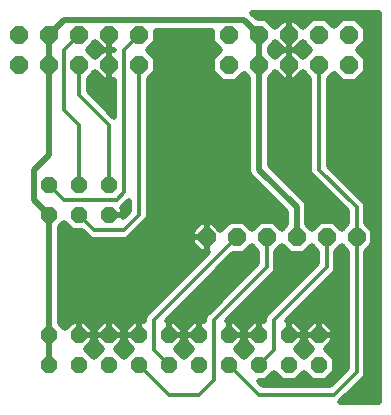
<source format=gtl>
G75*
%MOIN*%
%OFA0B0*%
%FSLAX25Y25*%
%IPPOS*%
%LPD*%
%AMOC8*
5,1,8,0,0,1.08239X$1,22.5*
%
%ADD10OC8,0.05600*%
%ADD11OC8,0.06000*%
%ADD12C,0.01200*%
%ADD13C,0.02000*%
D10*
X0037000Y0027000D03*
X0037000Y0037000D03*
X0047000Y0037000D03*
X0047000Y0027000D03*
X0057000Y0027000D03*
X0057000Y0037000D03*
X0067000Y0037000D03*
X0067000Y0027000D03*
X0077000Y0027000D03*
X0077000Y0037000D03*
X0087000Y0037000D03*
X0087000Y0027000D03*
X0097000Y0027000D03*
X0097000Y0037000D03*
X0107000Y0037000D03*
X0107000Y0027000D03*
X0117000Y0027000D03*
X0117000Y0037000D03*
X0127000Y0037000D03*
X0127000Y0027000D03*
X0057000Y0077000D03*
X0057000Y0087000D03*
X0047000Y0087000D03*
X0047000Y0077000D03*
X0037000Y0077000D03*
X0037000Y0087000D03*
D11*
X0037000Y0127000D03*
X0037000Y0137000D03*
X0027000Y0137000D03*
X0027000Y0127000D03*
X0047000Y0127000D03*
X0047000Y0137000D03*
X0057000Y0137000D03*
X0057000Y0127000D03*
X0067000Y0127000D03*
X0067000Y0137000D03*
X0097000Y0137000D03*
X0097000Y0127000D03*
X0107000Y0127000D03*
X0107000Y0137000D03*
X0117000Y0137000D03*
X0117000Y0127000D03*
X0127000Y0127000D03*
X0127000Y0137000D03*
X0137000Y0137000D03*
X0137000Y0127000D03*
X0139500Y0069500D03*
X0129500Y0069500D03*
X0119500Y0069500D03*
X0109500Y0069500D03*
X0099500Y0069500D03*
X0089500Y0069500D03*
D12*
X0099500Y0069500D02*
X0072000Y0042000D01*
X0072000Y0032000D01*
X0077000Y0027000D01*
X0077000Y0017000D02*
X0067000Y0027000D01*
X0077000Y0017000D02*
X0087000Y0017000D01*
X0092000Y0022000D01*
X0092000Y0042000D01*
X0109500Y0059500D01*
X0109500Y0069500D01*
X0129500Y0069500D02*
X0129500Y0059500D01*
X0112000Y0042000D01*
X0112000Y0032000D01*
X0107000Y0027000D01*
X0107000Y0017000D02*
X0097000Y0027000D01*
X0107000Y0017000D02*
X0132000Y0017000D01*
X0139500Y0024500D01*
X0139500Y0069500D01*
X0139500Y0079500D01*
X0127000Y0092000D01*
X0127000Y0127000D01*
X0067000Y0127000D02*
X0067000Y0077000D01*
X0062000Y0072000D01*
X0052000Y0072000D01*
X0047000Y0077000D01*
X0042000Y0082000D02*
X0059500Y0082000D01*
X0062000Y0084500D01*
X0062000Y0112000D01*
X0062000Y0132000D01*
X0067000Y0137000D01*
X0047000Y0137000D02*
X0042000Y0132000D01*
X0042000Y0112000D01*
X0047000Y0107000D01*
X0047000Y0087000D01*
X0042000Y0082000D02*
X0037000Y0087000D01*
X0057000Y0087000D02*
X0057000Y0107000D01*
X0047000Y0117000D01*
X0047000Y0127000D01*
D13*
X0050200Y0122280D02*
X0052424Y0124505D01*
X0054929Y0122000D01*
X0057000Y0122000D01*
X0058800Y0122000D01*
X0058800Y0109725D01*
X0050200Y0118325D01*
X0050200Y0122280D01*
X0050200Y0121918D02*
X0058800Y0121918D01*
X0057000Y0122000D02*
X0057000Y0127000D01*
X0057000Y0127000D01*
X0057000Y0132000D01*
X0058800Y0132000D01*
X0058800Y0132000D01*
X0057000Y0132000D01*
X0057000Y0137000D01*
X0057000Y0137000D01*
X0057000Y0132000D01*
X0054929Y0132000D01*
X0052424Y0129495D01*
X0049920Y0132000D01*
X0052424Y0134505D01*
X0054929Y0132000D01*
X0057000Y0132000D01*
X0057000Y0127000D01*
X0057000Y0127000D01*
X0057000Y0122000D01*
X0057000Y0123917D02*
X0057000Y0123917D01*
X0057000Y0125915D02*
X0057000Y0125915D01*
X0057000Y0127914D02*
X0057000Y0127914D01*
X0057000Y0129912D02*
X0057000Y0129912D01*
X0057000Y0131911D02*
X0057000Y0131911D01*
X0057000Y0133909D02*
X0057000Y0133909D01*
X0057000Y0135908D02*
X0057000Y0135908D01*
X0053020Y0133909D02*
X0051829Y0133909D01*
X0050009Y0131911D02*
X0054840Y0131911D01*
X0052841Y0129912D02*
X0052007Y0129912D01*
X0051836Y0123917D02*
X0053012Y0123917D01*
X0050200Y0119920D02*
X0058800Y0119920D01*
X0058800Y0117921D02*
X0050604Y0117921D01*
X0052603Y0115923D02*
X0058800Y0115923D01*
X0058800Y0113924D02*
X0054601Y0113924D01*
X0056600Y0111926D02*
X0058800Y0111926D01*
X0058800Y0109927D02*
X0058598Y0109927D01*
X0070200Y0109927D02*
X0103400Y0109927D01*
X0103400Y0107929D02*
X0070200Y0107929D01*
X0070200Y0105930D02*
X0103400Y0105930D01*
X0103400Y0103932D02*
X0070200Y0103932D01*
X0070200Y0101933D02*
X0103400Y0101933D01*
X0103400Y0099934D02*
X0070200Y0099934D01*
X0070200Y0097936D02*
X0103400Y0097936D01*
X0103400Y0095937D02*
X0070200Y0095937D01*
X0070200Y0093939D02*
X0103400Y0093939D01*
X0103400Y0091940D02*
X0070200Y0091940D01*
X0070200Y0089942D02*
X0103967Y0089942D01*
X0103948Y0089961D02*
X0104961Y0088948D01*
X0115900Y0078009D01*
X0115900Y0073820D01*
X0114500Y0072420D01*
X0111820Y0075100D01*
X0107180Y0075100D01*
X0104500Y0072420D01*
X0101820Y0075100D01*
X0097180Y0075100D01*
X0094076Y0071995D01*
X0091571Y0074500D01*
X0089500Y0074500D01*
X0089500Y0069500D01*
X0089500Y0069500D01*
X0089500Y0064500D01*
X0089975Y0064500D01*
X0069287Y0043813D01*
X0068800Y0042637D01*
X0068800Y0041800D01*
X0067000Y0041800D01*
X0067000Y0037000D01*
X0067000Y0037000D01*
X0067000Y0037000D01*
X0062200Y0037000D01*
X0062200Y0038988D01*
X0065012Y0041800D01*
X0067000Y0041800D01*
X0067000Y0037000D01*
X0062200Y0037000D01*
X0062200Y0035012D01*
X0064812Y0032400D01*
X0064763Y0032400D01*
X0062000Y0029637D01*
X0059237Y0032400D01*
X0059188Y0032400D01*
X0061800Y0035012D01*
X0061800Y0037000D01*
X0061800Y0038988D01*
X0058988Y0041800D01*
X0057000Y0041800D01*
X0057000Y0037000D01*
X0057000Y0037000D01*
X0061800Y0037000D01*
X0057000Y0037000D01*
X0057000Y0037000D01*
X0057000Y0037000D01*
X0052200Y0037000D01*
X0052200Y0038988D01*
X0055012Y0041800D01*
X0057000Y0041800D01*
X0057000Y0037000D01*
X0052200Y0037000D01*
X0052200Y0035012D01*
X0054812Y0032400D01*
X0054763Y0032400D01*
X0052000Y0029637D01*
X0049237Y0032400D01*
X0049188Y0032400D01*
X0051800Y0035012D01*
X0051800Y0037000D01*
X0051800Y0038988D01*
X0048988Y0041800D01*
X0047000Y0041800D01*
X0047000Y0037000D01*
X0047000Y0037000D01*
X0051800Y0037000D01*
X0047000Y0037000D01*
X0047000Y0037000D01*
X0047000Y0041800D01*
X0045012Y0041800D01*
X0042400Y0039188D01*
X0042400Y0039237D01*
X0040600Y0041037D01*
X0040600Y0072963D01*
X0042000Y0074363D01*
X0044763Y0071600D01*
X0047875Y0071600D01*
X0049287Y0070187D01*
X0050187Y0069287D01*
X0051363Y0068800D01*
X0062637Y0068800D01*
X0063813Y0069287D01*
X0068813Y0074287D01*
X0069713Y0075187D01*
X0070200Y0076363D01*
X0070200Y0122280D01*
X0072600Y0124680D01*
X0072600Y0129320D01*
X0069920Y0132000D01*
X0072600Y0134680D01*
X0072600Y0138400D01*
X0091400Y0138400D01*
X0091400Y0134680D01*
X0094080Y0132000D01*
X0091400Y0129320D01*
X0091400Y0124680D01*
X0094680Y0121400D01*
X0099320Y0121400D01*
X0102000Y0124080D01*
X0103400Y0122680D01*
X0103400Y0091284D01*
X0103948Y0089961D01*
X0105965Y0087943D02*
X0070200Y0087943D01*
X0070200Y0085945D02*
X0107964Y0085945D01*
X0109962Y0083946D02*
X0070200Y0083946D01*
X0070200Y0081948D02*
X0111961Y0081948D01*
X0113959Y0079949D02*
X0070200Y0079949D01*
X0070200Y0077951D02*
X0115900Y0077951D01*
X0115900Y0075952D02*
X0070030Y0075952D01*
X0068479Y0073954D02*
X0086883Y0073954D01*
X0087429Y0074500D02*
X0084500Y0071571D01*
X0084500Y0069500D01*
X0089500Y0069500D01*
X0089500Y0069500D01*
X0089500Y0069500D01*
X0089500Y0074500D01*
X0087429Y0074500D01*
X0089500Y0073954D02*
X0089500Y0073954D01*
X0089500Y0071955D02*
X0089500Y0071955D01*
X0089500Y0069957D02*
X0089500Y0069957D01*
X0089500Y0069500D02*
X0084500Y0069500D01*
X0084500Y0067429D01*
X0087429Y0064500D01*
X0089500Y0064500D01*
X0089500Y0069500D01*
X0089500Y0067958D02*
X0089500Y0067958D01*
X0089500Y0065960D02*
X0089500Y0065960D01*
X0089436Y0063961D02*
X0040600Y0063961D01*
X0040600Y0061963D02*
X0087437Y0061963D01*
X0085439Y0059964D02*
X0040600Y0059964D01*
X0040600Y0057966D02*
X0083440Y0057966D01*
X0081442Y0055967D02*
X0040600Y0055967D01*
X0040600Y0053969D02*
X0079443Y0053969D01*
X0077445Y0051970D02*
X0040600Y0051970D01*
X0040600Y0049972D02*
X0075446Y0049972D01*
X0073448Y0047973D02*
X0040600Y0047973D01*
X0040600Y0045975D02*
X0071449Y0045975D01*
X0069451Y0043976D02*
X0040600Y0043976D01*
X0040600Y0041978D02*
X0068800Y0041978D01*
X0067000Y0039979D02*
X0067000Y0039979D01*
X0067000Y0037981D02*
X0067000Y0037981D01*
X0063191Y0039979D02*
X0060809Y0039979D01*
X0061800Y0037981D02*
X0062200Y0037981D01*
X0062200Y0035982D02*
X0061800Y0035982D01*
X0060772Y0033984D02*
X0063228Y0033984D01*
X0064348Y0031985D02*
X0059652Y0031985D01*
X0061650Y0029987D02*
X0062350Y0029987D01*
X0057000Y0037981D02*
X0057000Y0037981D01*
X0057000Y0039979D02*
X0057000Y0039979D01*
X0053191Y0039979D02*
X0050809Y0039979D01*
X0051800Y0037981D02*
X0052200Y0037981D01*
X0052200Y0035982D02*
X0051800Y0035982D01*
X0050772Y0033984D02*
X0053228Y0033984D01*
X0054348Y0031985D02*
X0049652Y0031985D01*
X0051650Y0029987D02*
X0052350Y0029987D01*
X0047000Y0037981D02*
X0047000Y0037981D01*
X0047000Y0039979D02*
X0047000Y0039979D01*
X0043191Y0039979D02*
X0041658Y0039979D01*
X0037000Y0037000D02*
X0037000Y0077000D01*
X0032000Y0082000D01*
X0032000Y0092000D01*
X0037000Y0097000D01*
X0037000Y0127000D01*
X0037000Y0137000D01*
X0042000Y0142000D01*
X0102000Y0142000D01*
X0107000Y0137000D01*
X0107000Y0127000D01*
X0107000Y0092000D01*
X0119500Y0079500D01*
X0119500Y0069500D01*
X0115121Y0065960D02*
X0113879Y0065960D01*
X0114500Y0066580D02*
X0117180Y0063900D01*
X0121820Y0063900D01*
X0124500Y0066580D01*
X0126300Y0064780D01*
X0126300Y0060825D01*
X0109287Y0043813D01*
X0108800Y0042637D01*
X0108800Y0041800D01*
X0107000Y0041800D01*
X0107000Y0037000D01*
X0107000Y0037000D01*
X0107000Y0037000D01*
X0102200Y0037000D01*
X0102200Y0038988D01*
X0105012Y0041800D01*
X0107000Y0041800D01*
X0107000Y0037000D01*
X0102200Y0037000D01*
X0102200Y0035012D01*
X0104812Y0032400D01*
X0104763Y0032400D01*
X0102000Y0029637D01*
X0099237Y0032400D01*
X0099188Y0032400D01*
X0101800Y0035012D01*
X0101800Y0037000D01*
X0101800Y0038988D01*
X0098988Y0041800D01*
X0097000Y0041800D01*
X0097000Y0037000D01*
X0097000Y0037000D01*
X0101800Y0037000D01*
X0097000Y0037000D01*
X0097000Y0037000D01*
X0097000Y0041800D01*
X0096325Y0041800D01*
X0112213Y0057687D01*
X0112700Y0058863D01*
X0112700Y0060137D01*
X0112700Y0064780D01*
X0114500Y0066580D01*
X0112700Y0063961D02*
X0117119Y0063961D01*
X0121881Y0063961D02*
X0126300Y0063961D01*
X0126300Y0061963D02*
X0112700Y0061963D01*
X0112700Y0059964D02*
X0125439Y0059964D01*
X0123440Y0057966D02*
X0112328Y0057966D01*
X0110493Y0055967D02*
X0121442Y0055967D01*
X0119443Y0053969D02*
X0108494Y0053969D01*
X0106496Y0051970D02*
X0117445Y0051970D01*
X0115446Y0049972D02*
X0104497Y0049972D01*
X0102499Y0047973D02*
X0113448Y0047973D01*
X0111449Y0045975D02*
X0100500Y0045975D01*
X0098502Y0043976D02*
X0109451Y0043976D01*
X0108800Y0041978D02*
X0096503Y0041978D01*
X0097000Y0039979D02*
X0097000Y0039979D01*
X0097000Y0037981D02*
X0097000Y0037981D01*
X0100809Y0039979D02*
X0103191Y0039979D01*
X0102200Y0037981D02*
X0101800Y0037981D01*
X0101800Y0035982D02*
X0102200Y0035982D01*
X0103228Y0033984D02*
X0100772Y0033984D01*
X0099652Y0031985D02*
X0104348Y0031985D01*
X0102350Y0029987D02*
X0101650Y0029987D01*
X0107000Y0037981D02*
X0107000Y0037981D01*
X0107000Y0039979D02*
X0107000Y0039979D01*
X0116325Y0041800D02*
X0131313Y0056787D01*
X0132213Y0057687D01*
X0132700Y0058863D01*
X0132700Y0064780D01*
X0134500Y0066580D01*
X0136300Y0064780D01*
X0136300Y0025825D01*
X0130675Y0020200D01*
X0108325Y0020200D01*
X0106925Y0021600D01*
X0109237Y0021600D01*
X0112000Y0024363D01*
X0114763Y0021600D01*
X0119237Y0021600D01*
X0122000Y0024363D01*
X0124763Y0021600D01*
X0129237Y0021600D01*
X0132400Y0024763D01*
X0132400Y0029237D01*
X0129237Y0032400D01*
X0129188Y0032400D01*
X0131800Y0035012D01*
X0131800Y0037000D01*
X0131800Y0038988D01*
X0128988Y0041800D01*
X0127000Y0041800D01*
X0127000Y0037000D01*
X0127000Y0037000D01*
X0131800Y0037000D01*
X0127000Y0037000D01*
X0127000Y0037000D01*
X0127000Y0037000D01*
X0122200Y0037000D01*
X0122200Y0038988D01*
X0125012Y0041800D01*
X0127000Y0041800D01*
X0127000Y0037000D01*
X0122200Y0037000D01*
X0122200Y0035012D01*
X0124812Y0032400D01*
X0124763Y0032400D01*
X0122000Y0029637D01*
X0119237Y0032400D01*
X0119188Y0032400D01*
X0121800Y0035012D01*
X0121800Y0037000D01*
X0121800Y0038988D01*
X0118988Y0041800D01*
X0117000Y0041800D01*
X0117000Y0037000D01*
X0117000Y0037000D01*
X0121800Y0037000D01*
X0117000Y0037000D01*
X0117000Y0037000D01*
X0117000Y0041800D01*
X0116325Y0041800D01*
X0116503Y0041978D02*
X0136300Y0041978D01*
X0136300Y0043976D02*
X0118502Y0043976D01*
X0120500Y0045975D02*
X0136300Y0045975D01*
X0136300Y0047973D02*
X0122499Y0047973D01*
X0124497Y0049972D02*
X0136300Y0049972D01*
X0136300Y0051970D02*
X0126496Y0051970D01*
X0128494Y0053969D02*
X0136300Y0053969D01*
X0136300Y0055967D02*
X0130493Y0055967D01*
X0132328Y0057966D02*
X0136300Y0057966D01*
X0136300Y0059964D02*
X0132700Y0059964D01*
X0132700Y0061963D02*
X0136300Y0061963D01*
X0136300Y0063961D02*
X0132700Y0063961D01*
X0133879Y0065960D02*
X0135121Y0065960D01*
X0134500Y0072420D02*
X0131820Y0075100D01*
X0127180Y0075100D01*
X0124500Y0072420D01*
X0123100Y0073820D01*
X0123100Y0080216D01*
X0122552Y0081539D01*
X0121539Y0082552D01*
X0110600Y0093491D01*
X0110600Y0122680D01*
X0112424Y0124505D01*
X0114929Y0122000D01*
X0117000Y0122000D01*
X0119071Y0122000D01*
X0121576Y0124505D01*
X0123800Y0122280D01*
X0123800Y0091363D01*
X0124287Y0090187D01*
X0136300Y0078175D01*
X0136300Y0074220D01*
X0134500Y0072420D01*
X0132966Y0073954D02*
X0136034Y0073954D01*
X0136300Y0075952D02*
X0123100Y0075952D01*
X0123100Y0073954D02*
X0126034Y0073954D01*
X0123100Y0077951D02*
X0136300Y0077951D01*
X0134525Y0079949D02*
X0123100Y0079949D01*
X0122143Y0081948D02*
X0132527Y0081948D01*
X0130528Y0083946D02*
X0120145Y0083946D01*
X0118146Y0085945D02*
X0128530Y0085945D01*
X0126531Y0087943D02*
X0116148Y0087943D01*
X0114149Y0089942D02*
X0124533Y0089942D01*
X0123800Y0091940D02*
X0112151Y0091940D01*
X0110600Y0093939D02*
X0123800Y0093939D01*
X0123800Y0095937D02*
X0110600Y0095937D01*
X0110600Y0097936D02*
X0123800Y0097936D01*
X0123800Y0099934D02*
X0110600Y0099934D01*
X0110600Y0101933D02*
X0123800Y0101933D01*
X0123800Y0103932D02*
X0110600Y0103932D01*
X0110600Y0105930D02*
X0123800Y0105930D01*
X0123800Y0107929D02*
X0110600Y0107929D01*
X0110600Y0109927D02*
X0123800Y0109927D01*
X0123800Y0111926D02*
X0110600Y0111926D01*
X0110600Y0113924D02*
X0123800Y0113924D01*
X0123800Y0115923D02*
X0110600Y0115923D01*
X0110600Y0117921D02*
X0123800Y0117921D01*
X0123800Y0119920D02*
X0110600Y0119920D01*
X0110600Y0121918D02*
X0123800Y0121918D01*
X0122164Y0123917D02*
X0120988Y0123917D01*
X0117000Y0123917D02*
X0117000Y0123917D01*
X0117000Y0122000D02*
X0117000Y0127000D01*
X0117000Y0127000D01*
X0117000Y0132000D01*
X0119071Y0132000D01*
X0121576Y0129495D01*
X0124080Y0132000D01*
X0121576Y0134505D01*
X0119071Y0132000D01*
X0117000Y0132000D01*
X0117000Y0137000D01*
X0117000Y0137000D01*
X0117000Y0142000D01*
X0119071Y0142000D01*
X0121576Y0139495D01*
X0124680Y0142600D01*
X0129320Y0142600D01*
X0132000Y0139920D01*
X0134680Y0142600D01*
X0139320Y0142600D01*
X0142600Y0139320D01*
X0142600Y0134680D01*
X0139920Y0132000D01*
X0142600Y0129320D01*
X0142600Y0124680D01*
X0139320Y0121400D01*
X0134680Y0121400D01*
X0132000Y0124080D01*
X0130200Y0122280D01*
X0130200Y0093325D01*
X0141313Y0082213D01*
X0142213Y0081313D01*
X0142700Y0080137D01*
X0142700Y0074220D01*
X0145100Y0071820D01*
X0145100Y0067180D01*
X0142700Y0064780D01*
X0142700Y0023863D01*
X0142213Y0022687D01*
X0134713Y0015187D01*
X0134125Y0014600D01*
X0146900Y0014600D01*
X0146900Y0144400D01*
X0104691Y0144400D01*
X0105052Y0144039D01*
X0106491Y0142600D01*
X0109320Y0142600D01*
X0112424Y0139495D01*
X0114929Y0142000D01*
X0117000Y0142000D01*
X0117000Y0137000D01*
X0117000Y0137000D01*
X0117000Y0132000D01*
X0114929Y0132000D01*
X0112424Y0129495D01*
X0110600Y0131320D01*
X0110600Y0132680D01*
X0112424Y0134505D01*
X0114929Y0132000D01*
X0117000Y0132000D01*
X0117000Y0127000D01*
X0117000Y0122000D01*
X0117000Y0125915D02*
X0117000Y0125915D01*
X0117000Y0127000D02*
X0117000Y0127000D01*
X0117000Y0127914D02*
X0117000Y0127914D01*
X0117000Y0129912D02*
X0117000Y0129912D01*
X0117000Y0131911D02*
X0117000Y0131911D01*
X0117000Y0133909D02*
X0117000Y0133909D01*
X0117000Y0135908D02*
X0117000Y0135908D01*
X0117000Y0137906D02*
X0117000Y0137906D01*
X0117000Y0139905D02*
X0117000Y0139905D01*
X0117000Y0141903D02*
X0117000Y0141903D01*
X0114832Y0141903D02*
X0110016Y0141903D01*
X0112015Y0139905D02*
X0112834Y0139905D01*
X0113020Y0133909D02*
X0111829Y0133909D01*
X0110600Y0131911D02*
X0114840Y0131911D01*
X0112841Y0129912D02*
X0112007Y0129912D01*
X0111836Y0123917D02*
X0113012Y0123917D01*
X0103400Y0121918D02*
X0099838Y0121918D01*
X0101836Y0123917D02*
X0102164Y0123917D01*
X0103400Y0119920D02*
X0070200Y0119920D01*
X0070200Y0121918D02*
X0094162Y0121918D01*
X0092164Y0123917D02*
X0071836Y0123917D01*
X0072600Y0125915D02*
X0091400Y0125915D01*
X0091400Y0127914D02*
X0072600Y0127914D01*
X0072007Y0129912D02*
X0091993Y0129912D01*
X0093991Y0131911D02*
X0070009Y0131911D01*
X0071829Y0133909D02*
X0092171Y0133909D01*
X0091400Y0135908D02*
X0072600Y0135908D01*
X0072600Y0137906D02*
X0091400Y0137906D01*
X0105189Y0143902D02*
X0146900Y0143902D01*
X0146900Y0141903D02*
X0140016Y0141903D01*
X0142015Y0139905D02*
X0146900Y0139905D01*
X0146900Y0137906D02*
X0142600Y0137906D01*
X0142600Y0135908D02*
X0146900Y0135908D01*
X0146900Y0133909D02*
X0141829Y0133909D01*
X0140009Y0131911D02*
X0146900Y0131911D01*
X0146900Y0129912D02*
X0142007Y0129912D01*
X0142600Y0127914D02*
X0146900Y0127914D01*
X0146900Y0125915D02*
X0142600Y0125915D01*
X0141836Y0123917D02*
X0146900Y0123917D01*
X0146900Y0121918D02*
X0139838Y0121918D01*
X0134162Y0121918D02*
X0130200Y0121918D01*
X0130200Y0119920D02*
X0146900Y0119920D01*
X0146900Y0117921D02*
X0130200Y0117921D01*
X0130200Y0115923D02*
X0146900Y0115923D01*
X0146900Y0113924D02*
X0130200Y0113924D01*
X0130200Y0111926D02*
X0146900Y0111926D01*
X0146900Y0109927D02*
X0130200Y0109927D01*
X0130200Y0107929D02*
X0146900Y0107929D01*
X0146900Y0105930D02*
X0130200Y0105930D01*
X0130200Y0103932D02*
X0146900Y0103932D01*
X0146900Y0101933D02*
X0130200Y0101933D01*
X0130200Y0099934D02*
X0146900Y0099934D01*
X0146900Y0097936D02*
X0130200Y0097936D01*
X0130200Y0095937D02*
X0146900Y0095937D01*
X0146900Y0093939D02*
X0130200Y0093939D01*
X0131585Y0091940D02*
X0146900Y0091940D01*
X0146900Y0089942D02*
X0133584Y0089942D01*
X0135582Y0087943D02*
X0146900Y0087943D01*
X0146900Y0085945D02*
X0137581Y0085945D01*
X0139579Y0083946D02*
X0146900Y0083946D01*
X0146900Y0081948D02*
X0141578Y0081948D01*
X0142700Y0079949D02*
X0146900Y0079949D01*
X0146900Y0077951D02*
X0142700Y0077951D01*
X0142700Y0075952D02*
X0146900Y0075952D01*
X0146900Y0073954D02*
X0142966Y0073954D01*
X0144964Y0071955D02*
X0146900Y0071955D01*
X0146900Y0069957D02*
X0145100Y0069957D01*
X0145100Y0067958D02*
X0146900Y0067958D01*
X0146900Y0065960D02*
X0143879Y0065960D01*
X0142700Y0063961D02*
X0146900Y0063961D01*
X0146900Y0061963D02*
X0142700Y0061963D01*
X0142700Y0059964D02*
X0146900Y0059964D01*
X0146900Y0057966D02*
X0142700Y0057966D01*
X0142700Y0055967D02*
X0146900Y0055967D01*
X0146900Y0053969D02*
X0142700Y0053969D01*
X0142700Y0051970D02*
X0146900Y0051970D01*
X0146900Y0049972D02*
X0142700Y0049972D01*
X0142700Y0047973D02*
X0146900Y0047973D01*
X0146900Y0045975D02*
X0142700Y0045975D01*
X0142700Y0043976D02*
X0146900Y0043976D01*
X0146900Y0041978D02*
X0142700Y0041978D01*
X0142700Y0039979D02*
X0146900Y0039979D01*
X0146900Y0037981D02*
X0142700Y0037981D01*
X0142700Y0035982D02*
X0146900Y0035982D01*
X0146900Y0033984D02*
X0142700Y0033984D01*
X0142700Y0031985D02*
X0146900Y0031985D01*
X0146900Y0029987D02*
X0142700Y0029987D01*
X0142700Y0027988D02*
X0146900Y0027988D01*
X0146900Y0025990D02*
X0142700Y0025990D01*
X0142700Y0023991D02*
X0146900Y0023991D01*
X0146900Y0021993D02*
X0141518Y0021993D01*
X0139520Y0019994D02*
X0146900Y0019994D01*
X0146900Y0017996D02*
X0137521Y0017996D01*
X0135523Y0015997D02*
X0146900Y0015997D01*
X0136300Y0025990D02*
X0132400Y0025990D01*
X0131628Y0023991D02*
X0134466Y0023991D01*
X0132467Y0021993D02*
X0129629Y0021993D01*
X0124371Y0021993D02*
X0119629Y0021993D01*
X0121628Y0023991D02*
X0122372Y0023991D01*
X0122350Y0029987D02*
X0121650Y0029987D01*
X0119652Y0031985D02*
X0124348Y0031985D01*
X0123228Y0033984D02*
X0120772Y0033984D01*
X0121800Y0035982D02*
X0122200Y0035982D01*
X0122200Y0037981D02*
X0121800Y0037981D01*
X0120809Y0039979D02*
X0123191Y0039979D01*
X0127000Y0039979D02*
X0127000Y0039979D01*
X0127000Y0037981D02*
X0127000Y0037981D01*
X0130809Y0039979D02*
X0136300Y0039979D01*
X0136300Y0037981D02*
X0131800Y0037981D01*
X0131800Y0035982D02*
X0136300Y0035982D01*
X0136300Y0033984D02*
X0130772Y0033984D01*
X0129652Y0031985D02*
X0136300Y0031985D01*
X0136300Y0029987D02*
X0131650Y0029987D01*
X0132400Y0027988D02*
X0136300Y0027988D01*
X0117000Y0037981D02*
X0117000Y0037981D01*
X0117000Y0039979D02*
X0117000Y0039979D01*
X0112372Y0023991D02*
X0111628Y0023991D01*
X0109629Y0021993D02*
X0114371Y0021993D01*
X0091449Y0045975D02*
X0080500Y0045975D01*
X0082499Y0047973D02*
X0093448Y0047973D01*
X0095446Y0049972D02*
X0084497Y0049972D01*
X0086496Y0051970D02*
X0097445Y0051970D01*
X0099443Y0053969D02*
X0088494Y0053969D01*
X0090493Y0055967D02*
X0101442Y0055967D01*
X0103440Y0057966D02*
X0092491Y0057966D01*
X0094490Y0059964D02*
X0105439Y0059964D01*
X0106300Y0060825D02*
X0090187Y0044713D01*
X0089287Y0043813D01*
X0088800Y0042637D01*
X0088800Y0041800D01*
X0087000Y0041800D01*
X0087000Y0037000D01*
X0087000Y0037000D01*
X0087000Y0037000D01*
X0082200Y0037000D01*
X0082200Y0038988D01*
X0085012Y0041800D01*
X0087000Y0041800D01*
X0087000Y0037000D01*
X0082200Y0037000D01*
X0082200Y0035012D01*
X0084812Y0032400D01*
X0084763Y0032400D01*
X0082000Y0029637D01*
X0079237Y0032400D01*
X0079188Y0032400D01*
X0081800Y0035012D01*
X0081800Y0037000D01*
X0081800Y0038988D01*
X0078988Y0041800D01*
X0077000Y0041800D01*
X0077000Y0037000D01*
X0077000Y0037000D01*
X0081800Y0037000D01*
X0077000Y0037000D01*
X0077000Y0037000D01*
X0077000Y0041800D01*
X0076325Y0041800D01*
X0098425Y0063900D01*
X0101820Y0063900D01*
X0104500Y0066580D01*
X0106300Y0064780D01*
X0106300Y0060825D01*
X0106300Y0061963D02*
X0096488Y0061963D01*
X0101881Y0063961D02*
X0106300Y0063961D01*
X0105121Y0065960D02*
X0103879Y0065960D01*
X0102966Y0073954D02*
X0106034Y0073954D01*
X0112966Y0073954D02*
X0115900Y0073954D01*
X0123879Y0065960D02*
X0125121Y0065960D01*
X0096034Y0073954D02*
X0092117Y0073954D01*
X0085969Y0065960D02*
X0040600Y0065960D01*
X0040600Y0067958D02*
X0084500Y0067958D01*
X0084500Y0069957D02*
X0064482Y0069957D01*
X0066481Y0071955D02*
X0084884Y0071955D01*
X0063800Y0078325D02*
X0063800Y0081775D01*
X0061407Y0079381D01*
X0061800Y0078988D01*
X0061800Y0077000D01*
X0057000Y0077000D01*
X0057000Y0077000D01*
X0061800Y0077000D01*
X0061800Y0076325D01*
X0063800Y0078325D01*
X0063425Y0077951D02*
X0061800Y0077951D01*
X0061975Y0079949D02*
X0063800Y0079949D01*
X0049518Y0069957D02*
X0040600Y0069957D01*
X0040600Y0071955D02*
X0044408Y0071955D01*
X0042409Y0073954D02*
X0041591Y0073954D01*
X0037000Y0037000D02*
X0037000Y0027000D01*
X0077000Y0037981D02*
X0077000Y0037981D01*
X0077000Y0039979D02*
X0077000Y0039979D01*
X0076503Y0041978D02*
X0088800Y0041978D01*
X0089451Y0043976D02*
X0078502Y0043976D01*
X0080809Y0039979D02*
X0083191Y0039979D01*
X0082200Y0037981D02*
X0081800Y0037981D01*
X0081800Y0035982D02*
X0082200Y0035982D01*
X0083228Y0033984D02*
X0080772Y0033984D01*
X0079652Y0031985D02*
X0084348Y0031985D01*
X0082350Y0029987D02*
X0081650Y0029987D01*
X0087000Y0037981D02*
X0087000Y0037981D01*
X0087000Y0039979D02*
X0087000Y0039979D01*
X0090187Y0044713D02*
X0090187Y0044713D01*
X0103400Y0111926D02*
X0070200Y0111926D01*
X0070200Y0113924D02*
X0103400Y0113924D01*
X0103400Y0115923D02*
X0070200Y0115923D01*
X0070200Y0117921D02*
X0103400Y0117921D01*
X0119160Y0131911D02*
X0123991Y0131911D01*
X0122171Y0133909D02*
X0120980Y0133909D01*
X0121159Y0129912D02*
X0121993Y0129912D01*
X0121985Y0139905D02*
X0121166Y0139905D01*
X0119168Y0141903D02*
X0123984Y0141903D01*
X0130016Y0141903D02*
X0133984Y0141903D01*
X0132164Y0123917D02*
X0131836Y0123917D01*
M02*

</source>
